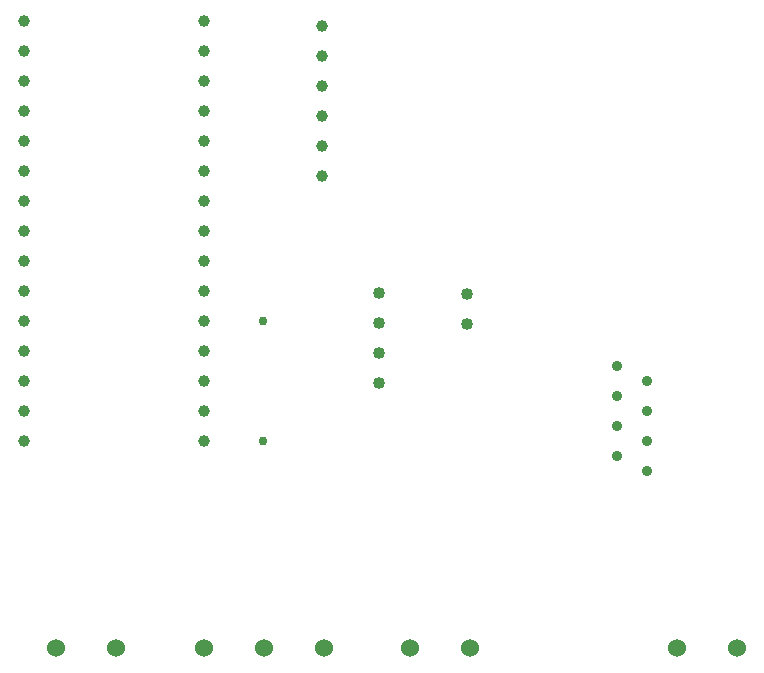
<source format=gbr>
G04 PROTEUS GERBER X2 FILE*
%TF.GenerationSoftware,Labcenter,Proteus,8.10-SP3-Build29560*%
%TF.CreationDate,2022-04-02T15:07:06+00:00*%
%TF.FileFunction,Plated,1,2,PTH*%
%TF.FilePolarity,Positive*%
%TF.Part,Single*%
%TF.SameCoordinates,{4c8af1e2-d522-4a99-b856-79d3214d47b0}*%
%FSLAX45Y45*%
%MOMM*%
G01*
%TA.AperFunction,ComponentDrill*%
%ADD36C,1.000000*%
%TA.AperFunction,ComponentDrill*%
%ADD37C,0.762000*%
%TA.AperFunction,ComponentDrill*%
%ADD38C,1.016000*%
%TA.AperFunction,ComponentDrill*%
%ADD39C,1.524000*%
%TA.AperFunction,ComponentDrill*%
%ADD40C,0.889000*%
%TD.AperFunction*%
D36*
X-10250000Y+6250000D03*
X-10250000Y+6504000D03*
X-10250000Y+6758000D03*
X-10250000Y+7012000D03*
X-10250000Y+7266000D03*
X-10250000Y+7520000D03*
X-10250000Y+7774000D03*
X-10250000Y+8028000D03*
X-10250000Y+8282000D03*
X-10250000Y+8536000D03*
X-10250000Y+8790000D03*
X-10250000Y+9044000D03*
X-10250000Y+9298000D03*
X-10250000Y+9552000D03*
X-10250000Y+9806000D03*
X-11774000Y+9806000D03*
X-11774000Y+9552000D03*
X-11774000Y+9298000D03*
X-11774000Y+9044000D03*
X-11774000Y+8790000D03*
X-11774000Y+8536000D03*
X-11774000Y+8282000D03*
X-11774000Y+8028000D03*
X-11774000Y+7774000D03*
X-11774000Y+7520000D03*
X-11774000Y+7266000D03*
X-11774000Y+7012000D03*
X-11774000Y+6758000D03*
X-11774000Y+6504000D03*
X-11774000Y+6250000D03*
X-9250000Y+8500000D03*
X-9250000Y+8754000D03*
X-9250000Y+9008000D03*
X-9250000Y+9262000D03*
X-9250000Y+9516000D03*
X-9250000Y+9770000D03*
D37*
X-9750000Y+6250000D03*
X-9750000Y+7266000D03*
D38*
X-8771000Y+6746000D03*
X-8771000Y+7000000D03*
X-8771000Y+7254000D03*
X-8771000Y+7508000D03*
D39*
X-6250000Y+4500000D03*
X-5742000Y+4500000D03*
X-11500000Y+4500000D03*
X-10992000Y+4500000D03*
X-8000000Y+4500000D03*
X-8508000Y+4500000D03*
X-9234000Y+4500000D03*
X-9742000Y+4500000D03*
X-10250000Y+4500000D03*
D38*
X-8021000Y+7246000D03*
X-8021000Y+7500000D03*
D40*
X-6500000Y+6000000D03*
X-6754000Y+6127000D03*
X-6500000Y+6254000D03*
X-6754000Y+6381000D03*
X-6500000Y+6508000D03*
X-6754000Y+6635000D03*
X-6500000Y+6762000D03*
X-6754000Y+6889000D03*
M02*

</source>
